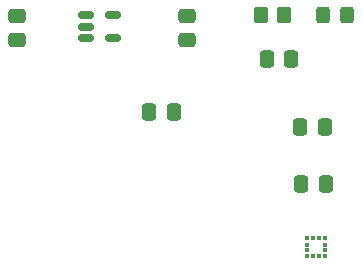
<source format=gbr>
%TF.GenerationSoftware,KiCad,Pcbnew,(6.0.0)*%
%TF.CreationDate,2023-10-14T17:08:09-04:00*%
%TF.ProjectId,Shield_Pins,53686965-6c64-45f5-9069-6e732e6b6963,rev?*%
%TF.SameCoordinates,Original*%
%TF.FileFunction,Paste,Top*%
%TF.FilePolarity,Positive*%
%FSLAX46Y46*%
G04 Gerber Fmt 4.6, Leading zero omitted, Abs format (unit mm)*
G04 Created by KiCad (PCBNEW (6.0.0)) date 2023-10-14 17:08:09*
%MOMM*%
%LPD*%
G01*
G04 APERTURE LIST*
G04 Aperture macros list*
%AMRoundRect*
0 Rectangle with rounded corners*
0 $1 Rounding radius*
0 $2 $3 $4 $5 $6 $7 $8 $9 X,Y pos of 4 corners*
0 Add a 4 corners polygon primitive as box body*
4,1,4,$2,$3,$4,$5,$6,$7,$8,$9,$2,$3,0*
0 Add four circle primitives for the rounded corners*
1,1,$1+$1,$2,$3*
1,1,$1+$1,$4,$5*
1,1,$1+$1,$6,$7*
1,1,$1+$1,$8,$9*
0 Add four rect primitives between the rounded corners*
20,1,$1+$1,$2,$3,$4,$5,0*
20,1,$1+$1,$4,$5,$6,$7,0*
20,1,$1+$1,$6,$7,$8,$9,0*
20,1,$1+$1,$8,$9,$2,$3,0*%
G04 Aperture macros list end*
%ADD10RoundRect,0.150000X-0.512500X-0.150000X0.512500X-0.150000X0.512500X0.150000X-0.512500X0.150000X0*%
%ADD11RoundRect,0.250000X-0.475000X0.337500X-0.475000X-0.337500X0.475000X-0.337500X0.475000X0.337500X0*%
%ADD12RoundRect,0.250000X0.337500X0.475000X-0.337500X0.475000X-0.337500X-0.475000X0.337500X-0.475000X0*%
%ADD13RoundRect,0.250000X-0.337500X-0.475000X0.337500X-0.475000X0.337500X0.475000X-0.337500X0.475000X0*%
%ADD14RoundRect,0.250000X0.475000X-0.337500X0.475000X0.337500X-0.475000X0.337500X-0.475000X-0.337500X0*%
%ADD15RoundRect,0.250000X0.325000X0.450000X-0.325000X0.450000X-0.325000X-0.450000X0.325000X-0.450000X0*%
%ADD16RoundRect,0.250000X-0.350000X-0.450000X0.350000X-0.450000X0.350000X0.450000X-0.350000X0.450000X0*%
%ADD17R,0.350000X0.375000*%
%ADD18R,0.375000X0.350000*%
G04 APERTURE END LIST*
D10*
%TO.C,U1*%
X115262500Y-81050000D03*
X115262500Y-82000000D03*
X115262500Y-82950000D03*
X117537500Y-82950000D03*
X117537500Y-81050000D03*
%TD*%
D11*
%TO.C,C2*%
X123800000Y-81062500D03*
X123800000Y-83137500D03*
%TD*%
D12*
%TO.C,C3*%
X135437500Y-90500000D03*
X133362500Y-90500000D03*
%TD*%
D13*
%TO.C,C6*%
X130522500Y-84750000D03*
X132597500Y-84750000D03*
%TD*%
D14*
%TO.C,C1*%
X109400000Y-83137500D03*
X109400000Y-81062500D03*
%TD*%
D13*
%TO.C,C5*%
X120562500Y-89200000D03*
X122637500Y-89200000D03*
%TD*%
D15*
%TO.C,D1*%
X137350000Y-81000000D03*
X135300000Y-81000000D03*
%TD*%
D16*
%TO.C,R1*%
X130000000Y-81000000D03*
X132000000Y-81000000D03*
%TD*%
D12*
%TO.C,C4*%
X135537500Y-95300000D03*
X133462500Y-95300000D03*
%TD*%
D17*
%TO.C,U2*%
X133950000Y-101462500D03*
X134450000Y-101462500D03*
X134950000Y-101462500D03*
X135450000Y-101462500D03*
D18*
X135462500Y-100950000D03*
X135462500Y-100450000D03*
D17*
X135450000Y-99937500D03*
X134950000Y-99937500D03*
X134450000Y-99937500D03*
X133950000Y-99937500D03*
D18*
X133937500Y-100450000D03*
X133937500Y-100950000D03*
%TD*%
M02*

</source>
